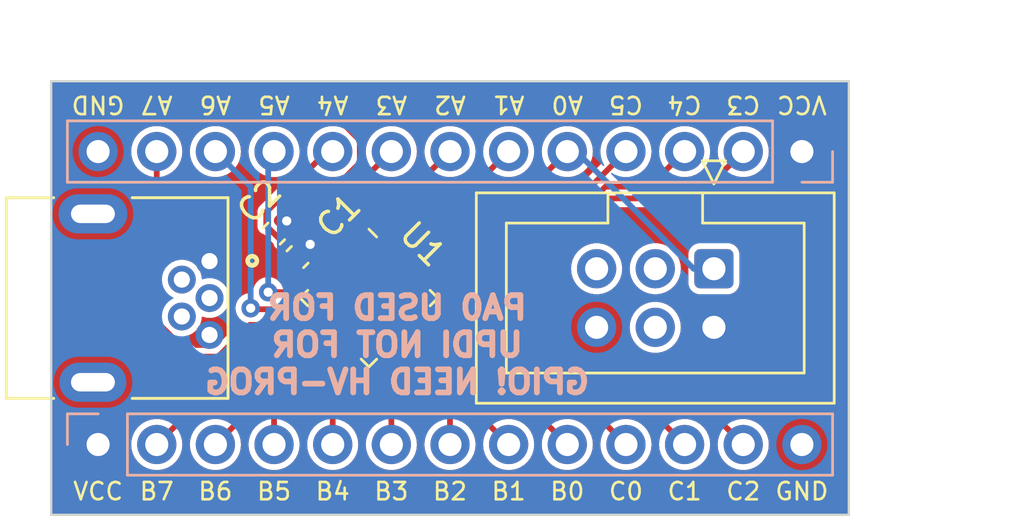
<source format=kicad_pcb>
(kicad_pcb (version 20221018) (generator pcbnew)
  (title_block (title "ATtinyX17 Devboard") (date "2022-08-12") (rev "2") (company "Savo Bajic"))
  (layers (0 "F.Cu" signal) (31 "B.Cu" signal) (34 "B.Paste" user) (35 "F.Paste" user) (36 "B.SilkS" user "B.Silkscreen") (37 "F.SilkS" user "F.Silkscreen") (38 "B.Mask" user) (39 "F.Mask" user) (44 "Edge.Cuts" user))
  (net 0 "")
  (net 1 "PA2")
  (net 2 "PA3")
  (net 3 "GND")
  (net 4 "VCC")
  (net 5 "PA4")
  (net 6 "PA5")
  (net 7 "PA6")
  (net 8 "PA7")
  (net 9 "PB7")
  (net 10 "PB6")
  (net 11 "PB5")
  (net 12 "PB4")
  (net 13 "PB3")
  (net 14 "PB2")
  (net 15 "PB1")
  (net 16 "PB0")
  (net 17 "PC0")
  (net 18 "PC1")
  (net 19 "PC2")
  (net 20 "PC3")
  (net 21 "PC4")
  (net 22 "PC5")
  (net 23 "PA0")
  (net 24 "PA1")
  (footprint "Connector_IDC:IDC-Header_2x03_P2.54mm_Vertical" (layer "F.Cu") (at 145.69 93.06 -90)
    (fp_text reference "J1")
    (fp_text value "AVR-UPDI-6")
    (fp_line (start -4.68 -0.5) (end -4.68 0.5) (stroke (width 0.12)) (layer "F.SilkS"))
    (fp_line (start -4.68 0.5) (end -3.68 0) (stroke (width 0.12)) (layer "F.SilkS"))
    (fp_line (start -3.68 0) (end -4.68 -0.5) (stroke (width 0.12)) (layer "F.SilkS"))
    (fp_line (start -3.29 -5.21) (end 5.83 -5.21) (stroke (width 0.12)) (layer "F.SilkS"))
    (fp_line (start -3.29 0.49) (end -1.98 0.49) (stroke (width 0.12)) (layer "F.SilkS"))
    (fp_line (start -3.29 10.29) (end -3.29 -5.21) (stroke (width 0.12)) (layer "F.SilkS"))
    (fp_line (start -1.98 -3.91) (end 4.52 -3.91) (stroke (width 0.12)) (layer "F.SilkS"))
    (fp_line (start -1.98 0.49) (end -1.98 -3.91) (stroke (width 0.12)) (layer "F.SilkS"))
    (fp_line (start -1.98 4.59) (end -3.29 4.59) (stroke (width 0.12)) (layer "F.SilkS"))
    (fp_line (start -1.98 4.59) (end -1.98 4.59) (stroke (width 0.12)) (layer "F.SilkS"))
    (fp_line (start -1.98 8.99) (end -1.98 4.59) (stroke (width 0.12)) (layer "F.SilkS"))
    (fp_line (start 4.52 -3.91) (end 4.52 8.99) (stroke (width 0.12)) (layer "F.SilkS"))
    (fp_line (start 4.52 8.99) (end -1.98 8.99) (stroke (width 0.12)) (layer "F.SilkS"))
    (fp_line (start 5.83 -5.21) (end 5.83 10.29) (stroke (width 0.12)) (layer "F.SilkS"))
    (fp_line (start 5.83 10.29) (end -3.29 10.29) (stroke (width 0.12)) (layer "F.SilkS"))
    (pad "1" thru_hole roundrect (at 0 0 270) (size 1.7 1.7) (drill 1) (layers "*.Cu" "*.Mask") (roundrect_rratio 0.1470588235) (net 23 "PA0"))
    (pad "2" thru_hole circle (at 2.54 0 270) (size 1.7 1.7) (drill 1) (layers "*.Cu" "*.Mask") (net 4 "VCC"))
    (pad "3" thru_hole circle (at 0 2.54 270) (size 1.7 1.7) (drill 1) (layers "*.Cu" "*.Mask"))
    (pad "4" thru_hole circle (at 2.54 2.54 270) (size 1.7 1.7) (drill 1) (layers "*.Cu" "*.Mask"))
    (pad "5" thru_hole circle (at 0 5.08 270) (size 1.7 1.7) (drill 1) (layers "*.Cu" "*.Mask"))
    (pad "6" thru_hole circle (at 2.54 5.08 270) (size 1.7 1.7) (drill 1) (layers "*.Cu" "*.Mask") (net 3 "GND"))
  )
  (footprint "Package_DFN_QFN:QFN-24-1EP_4x4mm_P0.5mm_EP2.6x2.6mm" (layer "F.Cu") (at 130.74866 94.33 -45)
    (fp_text reference "U1" (at 0 -3.299999 135) (layer "F.SilkS"))
    (fp_text value "ATtiny1617-M")
    (fp_line (start -2.11 2.11) (end -2.11 1.635) (stroke (width 0.12)) (layer "F.SilkS"))
    (fp_line (start -1.635 -2.11) (end -2.11 -2.11) (stroke (width 0.12)) (layer "F.SilkS"))
    (fp_line (start -1.635 2.11) (end -2.11 2.11) (stroke (width 0.12)) (layer "F.SilkS"))
    (fp_line (start 1.635 -2.11) (end 2.11 -2.11) (stroke (width 0.12)) (layer "F.SilkS"))
    (fp_line (start 1.635 2.11) (end 2.11 2.11) (stroke (width 0.12)) (layer "F.SilkS"))
    (fp_line (start 2.11 -2.11) (end 2.11 -1.635) (stroke (width 0.12)) (layer "F.SilkS"))
    (fp_line (start 2.11 2.11) (end 2.11 1.635) (stroke (width 0.12)) (layer "F.SilkS"))
    (pad "1" smd roundrect (at -1.9375 -1.25 315) (size 0.825 0.25) (layers "F.Cu" "F.Paste" "F.Mask") (net 1 "PA2"))
    (pad "2" smd roundrect (at -1.9375 -0.75 315) (size 0.825 0.25) (layers "F.Cu" "F.Paste" "F.Mask") (net 2 "PA3"))
    (pad "3" smd roundrect (at -1.9375 -0.25 315) (size 0.825 0.25) (layers "F.Cu" "F.Paste" "F.Mask") (net 3 "GND"))
    (pad "4" smd roundrect (at -1.9375 0.25 315) (size 0.825 0.25) (layers "F.Cu" "F.Paste" "F.Mask") (net 4 "VCC"))
    (pad "5" smd roundrect (at -1.9375 0.75 315) (size 0.825 0.25) (layers "F.Cu" "F.Paste" "F.Mask") (net 5 "PA4"))
    (pad "6" smd roundrect (at -1.9375 1.25 315) (size 0.825 0.25) (layers "F.Cu" "F.Paste" "F.Mask") (net 6 "PA5"))
    (pad "7" smd roundrect (at -1.25 1.9375 315) (size 0.25 0.825) (layers "F.Cu" "F.Paste" "F.Mask") (net 7 "PA6"))
    (pad "8" smd roundrect (at -0.75 1.9375 315) (size 0.25 0.825) (layers "F.Cu" "F.Paste" "F.Mask") (net 8 "PA7"))
    (pad "9" smd roundrect (at -0.25 1.9375 315) (size 0.25 0.825) (layers "F.Cu" "F.Paste" "F.Mask") (net 9 "PB7"))
    (pad "10" smd roundrect (at 0.25 1.9375 315) (size 0.25 0.825) (layers "F.Cu" "F.Paste" "F.Mask") (net 10 "PB6"))
    (pad "11" smd roundrect (at 0.75 1.9375 315) (size 0.25 0.825) (layers "F.Cu" "F.Paste" "F.Mask") (net 11 "PB5"))
    (pad "12" smd roundrect (at 1.25 1.9375 315) (size 0.25 0.825) (layers "F.Cu" "F.Paste" "F.Mask") (net 12 "PB4"))
    (pad "13" smd roundrect (at 1.9375 1.25 315) (size 0.825 0.25) (layers "F.Cu" "F.Paste" "F.Mask") (net 13 "PB3"))
    (pad "14" smd roundrect (at 1.9375 0.75 315) (size 0.825 0.25) (layers "F.Cu" "F.Paste" "F.Mask") (net 14 "PB2"))
    (pad "15" smd roundrect (at 1.9375 0.25 315) (size 0.825 0.25) (layers "F.Cu" "F.Paste" "F.Mask") (net 15 "PB1"))
    (pad "16" smd roundrect (at 1.9375 -0.25 315) (size 0.825 0.25) (layers "F.Cu" "F.Paste" "F.Mask") (net 16 "PB0"))
    (pad "17" smd roundrect (at 1.9375 -0.75 315) (size 0.825 0.25) (layers "F.Cu" "F.Paste" "F.Mask") (net 17 "PC0"))
    (pad "18" smd roundrect (at 1.9375 -1.25 315) (size 0.825 0.25) (layers "F.Cu" "F.Paste" "F.Mask") (net 18 "PC1"))
    (pad "19" smd roundrect (at 1.25 -1.9375 315) (size 0.25 0.825) (layers "F.Cu" "F.Paste" "F.Mask") (net 19 "PC2"))
    (pad "20" smd roundrect (at 0.75 -1.9375 315) (size 0.25 0.825) (layers "F.Cu" "F.Paste" "F.Mask") (net 20 "PC3"))
    (pad "21" smd roundrect (at 0.25 -1.9375 315) (size 0.25 0.825) (layers "F.Cu" "F.Paste" "F.Mask") (net 21 "PC4"))
    (pad "22" smd roundrect (at -0.25 -1.9375 315) (size 0.25 0.825) (layers "F.Cu" "F.Paste" "F.Mask") (net 22 "PC5"))
    (pad "23" smd roundrect (at -0.75 -1.9375 315) (size 0.25 0.825) (layers "F.Cu" "F.Paste" "F.Mask") (net 23 "PA0"))
    (pad "24" smd roundrect (at -1.25 -1.9375 315) (size 0.25 0.825) (layers "F.Cu" "F.Paste" "F.Mask") (net 24 "PA1"))
    (pad "25" smd rect (at 0 0 315) (size 2.6 2.6) (layers "F.Cu" "F.Mask") (net 3 "GND"))
  )
  (footprint "Capacitor_SMD:C_0603_1608Metric" (layer "F.Cu") (at 127.656 92.552 -135)
    (fp_text reference "C1" (at -2.514472 0 45) (layer "F.SilkS"))
    (fp_text value "100n")
    (fp_line (start -0.14058 -0.51) (end 0.14058 -0.51) (stroke (width 0.12)) (layer "F.SilkS"))
    (fp_line (start -0.14058 0.51) (end 0.14058 0.51) (stroke (width 0.12)) (layer "F.SilkS"))
    (pad "1" smd roundrect (at -0.775 0 225) (size 0.9 0.95) (layers "F.Cu" "F.Paste" "F.Mask") (net 4 "VCC"))
    (pad "2" smd roundrect (at 0.775 0 225) (size 0.9 0.95) (layers "F.Cu" "F.Paste" "F.Mask") (net 3 "GND"))
  )
  (footprint "Capacitor_SMD:C_0603_1608Metric" (layer "F.Cu") (at 126.64 91.536 -135)
    (fp_text reference "C2" (at -0.538815 1.436841 45) (layer "F.SilkS"))
    (fp_text value "1u")
    (fp_line (start -0.14058 -0.51) (end 0.14058 -0.51) (stroke (width 0.12)) (layer "F.SilkS"))
    (fp_line (start -0.14058 0.51) (end 0.14058 0.51) (stroke (width 0.12)) (layer "F.SilkS"))
    (pad "1" smd roundrect (at -0.775 0 225) (size 0.9 0.95) (layers "F.Cu" "F.Paste" "F.Mask") (net 4 "VCC"))
    (pad "2" smd roundrect (at 0.775 0 225) (size 0.9 0.95) (layers "F.Cu" "F.Paste" "F.Mask") (net 3 "GND"))
  )
  (footprint "2172034-1:TE_2172034-1" (layer "F.Cu") (at 118.796 94.33 180)
    (fp_text reference "J2")
    (fp_text value "PWR")
    (fp_line (start -5.85 -4.35) (end -1.7 -4.35) (stroke (width 0.127)) (layer "F.SilkS"))
    (fp_line (start -5.85 4.35) (end -5.85 -4.35) (stroke (width 0.127)) (layer "F.SilkS"))
    (fp_line (start -1.7 4.35) (end -5.85 4.35) (stroke (width 0.127)) (layer "F.SilkS"))
    (fp_line (start 1.7 -4.35) (end 3.75 -4.35) (stroke (width 0.127)) (layer "F.SilkS"))
    (fp_line (start 3.75 -4.35) (end 3.75 4.35) (stroke (width 0.127)) (layer "F.SilkS"))
    (fp_line (start 3.75 4.35) (end 1.7 4.35) (stroke (width 0.127)) (layer "F.SilkS"))
    (fp_circle (center -6.9 1.615) (end -6.7 1.615) (stroke (width 0.2)) (fill none) (layer "F.SilkS"))
    (pad "1" thru_hole circle (at -5.05 1.6 180) (size 1.208 1.208) (drill 0.7) (layers "*.Cu" "*.Mask") (net 4 "VCC"))
    (pad "2" thru_hole circle (at -3.85 0.8 180) (size 1.208 1.208) (drill 0.7) (layers "*.Cu" "*.Mask"))
    (pad "3" thru_hole circle (at -5.05 0 180) (size 1.208 1.208) (drill 0.7) (layers "*.Cu" "*.Mask"))
    (pad "4" thru_hole circle (at -3.85 -0.8 180) (size 1.208 1.208) (drill 0.7) (layers "*.Cu" "*.Mask"))
    (pad "5" thru_hole circle (at -5.05 -1.6 180) (size 1.208 1.208) (drill 0.7) (layers "*.Cu" "*.Mask") (net 3 "GND"))
    (pad "6" thru_hole oval (at 0 -3.65 180) (size 2.9 1.7) (drill oval 1.9 0.8) (layers "*.Cu" "*.Mask") (net 3 "GND"))
    (pad "6" thru_hole oval (at 0 3.65 180) (size 2.98 1.7) (drill oval 1.9 0.8) (layers "*.Cu" "*.Mask") (net 3 "GND"))
  )
  (footprint "Connector_PinHeader_2.54mm:PinHeader_1x13_P2.54mm_Vertical" (layer "B.Cu") (at 119.02 100.68 -90)
    (fp_text reference "J4" hide)
    (fp_text value "GPIO2" hide)
    (fp_line (start -1.33 -31.81) (end 1.33 -31.81) (stroke (width 0.12)) (layer "B.SilkS"))
    (fp_line (start -1.33 -1.27) (end -1.33 -31.81) (stroke (width 0.12)) (layer "B.SilkS"))
    (fp_line (start -1.33 -1.27) (end 1.33 -1.27) (stroke (width 0.12)) (layer "B.SilkS"))
    (fp_line (start -1.33 0) (end -1.33 1.33) (stroke (width 0.12)) (layer "B.SilkS"))
    (fp_line (start -1.33 1.33) (end 0 1.33) (stroke (width 0.12)) (layer "B.SilkS"))
    (fp_line (start 1.33 -1.27) (end 1.33 -31.81) (stroke (width 0.12)) (layer "B.SilkS"))
    (pad "1" thru_hole rect (at 0 0 270) (size 1.7 1.7) (drill 1) (layers "*.Cu" "*.Mask") (net 4 "VCC"))
    (pad "2" thru_hole oval (at 0 -2.54 270) (size 1.7 1.7) (drill 1) (layers "*.Cu" "*.Mask") (net 9 "PB7"))
    (pad "3" thru_hole oval (at 0 -5.08 270) (size 1.7 1.7) (drill 1) (layers "*.Cu" "*.Mask") (net 10 "PB6"))
    (pad "4" thru_hole oval (at 0 -7.62 270) (size 1.7 1.7) (drill 1) (layers "*.Cu" "*.Mask") (net 11 "PB5"))
    (pad "5" thru_hole oval (at 0 -10.16 270) (size 1.7 1.7) (drill 1) (layers "*.Cu" "*.Mask") (net 12 "PB4"))
    (pad "6" thru_hole oval (at 0 -12.7 270) (size 1.7 1.7) (drill 1) (layers "*.Cu" "*.Mask") (net 13 "PB3"))
    (pad "7" thru_hole oval (at 0 -15.24 270) (size 1.7 1.7) (drill 1) (layers "*.Cu" "*.Mask") (net 14 "PB2"))
    (pad "8" thru_hole oval (at 0 -17.78 270) (size 1.7 1.7) (drill 1) (layers "*.Cu" "*.Mask") (net 15 "PB1"))
    (pad "9" thru_hole oval (at 0 -20.32 270) (size 1.7 1.7) (drill 1) (layers "*.Cu" "*.Mask") (net 16 "PB0"))
    (pad "10" thru_hole oval (at 0 -22.86 270) (size 1.7 1.7) (drill 1) (layers "*.Cu" "*.Mask") (net 17 "PC0"))
    (pad "11" thru_hole oval (at 0 -25.4 270) (size 1.7 1.7) (drill 1) (layers "*.Cu" "*.Mask") (net 18 "PC1"))
    (pad "12" thru_hole oval (at 0 -27.94 270) (size 1.7 1.7) (drill 1) (layers "*.Cu" "*.Mask") (net 19 "PC2"))
    (pad "13" thru_hole oval (at 0 -30.48 270) (size 1.7 1.7) (drill 1) (layers "*.Cu" "*.Mask") (net 3 "GND"))
  )
  (footprint "Connector_PinHeader_2.54mm:PinHeader_1x13_P2.54mm_Vertical" (layer "B.Cu") (at 149.5 87.98 90)
    (fp_text reference "J3" hide)
    (fp_text value "GPIO1" hide)
    (fp_line (start -1.33 -31.81) (end 1.33 -31.81) (stroke (width 0.12)) (layer "B.SilkS"))
    (fp_line (start -1.33 -1.27) (end -1.33 -31.81) (stroke (width 0.12)) (layer "B.SilkS"))
    (fp_line (start -1.33 -1.27) (end 1.33 -1.27) (stroke (width 0.12)) (layer "B.SilkS"))
    (fp_line (start -1.33 0) (end -1.33 1.33) (stroke (width 0.12)) (layer "B.SilkS"))
    (fp_line (start -1.33 1.33) (end 0 1.33) (stroke (width 0.12)) (layer "B.SilkS"))
    (fp_line (start 1.33 -1.27) (end 1.33 -31.81) (stroke (width 0.12)) (layer "B.SilkS"))
    (pad "1" thru_hole rect (at 0 0 90) (size 1.7 1.7) (drill 1) (layers "*.Cu" "*.Mask") (net 4 "VCC"))
    (pad "2" thru_hole oval (at 0 -2.54 90) (size 1.7 1.7) (drill 1) (layers "*.Cu" "*.Mask") (net 20 "PC3"))
    (pad "3" thru_hole oval (at 0 -5.08 90) (size 1.7 1.7) (drill 1) (layers "*.Cu" "*.Mask") (net 21 "PC4"))
    (pad "4" thru_hole oval (at 0 -7.62 90) (size 1.7 1.7) (drill 1) (layers "*.Cu" "*.Mask") (net 22 "PC5"))
    (pad "5" thru_hole oval (at 0 -10.16 90) (size 1.7 1.7) (drill 1) (layers "*.Cu" "*.Mask") (net 23 "PA0"))
    (pad "6" thru_hole oval (at 0 -12.7 90) (size 1.7 1.7) (drill 1) (layers "*.Cu" "*.Mask") (net 24 "PA1"))
    (pad "7" thru_hole oval (at 0 -15.24 90) (size 1.7 1.7) (drill 1) (layers "*.Cu" "*.Mask") (net 1 "PA2"))
    (pad "8" thru_hole oval (at 0 -17.78 90) (size 1.7 1.7) (drill 1) (layers "*.Cu" "*.Mask") (net 2 "PA3"))
    (pad "9" thru_hole oval (at 0 -20.32 90) (size 1.7 1.7) (drill 1) (layers "*.Cu" "*.Mask") (net 5 "PA4"))
    (pad "10" thru_hole oval (at 0 -22.86 90) (size 1.7 1.7) (drill 1) (layers "*.Cu" "*.Mask") (net 6 "PA5"))
    (pad "11" thru_hole oval (at 0 -25.4 90) (size 1.7 1.7) (drill 1) (layers "*.Cu" "*.Mask") (net 7 "PA6"))
    (pad "12" thru_hole oval (at 0 -27.94 90) (size 1.7 1.7) (drill 1) (layers "*.Cu" "*.Mask") (net 8 "PA7"))
    (pad "13" thru_hole oval (at 0 -30.48 90) (size 1.7 1.7) (drill 1) (layers "*.Cu" "*.Mask") (net 3 "GND"))
  )
  (gr_line (start 116.988 103.728) (end 151.532 103.728) (stroke (width 0.1)) (layer "Edge.Cuts"))
  (gr_line (start 151.532 103.728) (end 151.532 84.932) (stroke (width 0.1)) (layer "Edge.Cuts"))
  (gr_line (start 151.532 84.932) (end 116.988 84.932) (stroke (width 0.1)) (layer "Edge.Cuts"))
  (gr_line (start 116.988 84.932) (end 116.988 103.728) (stroke (width 0.1)) (layer "Edge.Cuts"))
  (gr_text "PA0 USED FOR\nUPDI NOT FOR\nGPIO! NEED HV-PROG" (at 131.974 96.362) (layer "B.SilkS") (effects (font (size 1 1) (thickness 0.25)) (justify mirror)))
  (gr_text "A7" (at 121.56 85.948 180) (layer "F.SilkS") (effects (font (size 0.75 0.75) (thickness 0.115))))
  (gr_text "C3" (at 146.96 85.948 180) (layer "F.SilkS") (effects (font (size 0.75 0.75) (thickness 0.115))))
  (gr_text "B2" (at 134.26 102.712) (layer "F.SilkS") (effects (font (size 0.75 0.75) (thickness 0.115))))
  (gr_text "A3" (at 131.72 85.948 180) (layer "F.SilkS") (effects (font (size 0.75 0.75) (thickness 0.115))))
  (gr_text "GND" (at 149.5 102.712) (layer "F.SilkS") (effects (font (size 0.75 0.75) (thickness 0.115))))
  (gr_text "C0" (at 141.88 102.712) (layer "F.SilkS") (effects (font (size 0.75 0.75) (thickness 0.115))))
  (gr_text "B3" (at 131.72 102.712) (layer "F.SilkS") (effects (font (size 0.75 0.75) (thickness 0.115))))
  (gr_text "C1" (at 144.42 102.712) (layer "F.SilkS") (effects (font (size 0.75 0.75) (thickness 0.115))))
  (gr_text "B1" (at 136.8 102.712) (layer "F.SilkS") (effects (font (size 0.75 0.75) (thickness 0.115))))
  (gr_text "C2" (at 146.96 102.712) (layer "F.SilkS") (effects (font (size 0.75 0.75) (thickness 0.115))))
  (gr_text "A6" (at 124.1 85.948 180) (layer "F.SilkS") (effects (font (size 0.75 0.75) (thickness 0.115))))
  (gr_text "A1" (at 136.8 85.948 180) (layer "F.SilkS") (effects (font (size 0.75 0.75) (thickness 0.115))))
  (gr_text "C5" (at 141.88 85.948 180) (layer "F.SilkS") (effects (font (size 0.75 0.75) (thickness 0.115))))
  (gr_text "A2" (at 134.26 85.948 180) (layer "F.SilkS") (effects (font (size 0.75 0.75) (thickness 0.115))))
  (gr_text "VCC" (at 149.5 85.948 180) (layer "F.SilkS") (effects (font (size 0.75 0.75) (thickness 0.115))))
  (gr_text "B4" (at 129.18 102.712) (layer "F.SilkS") (effects (font (size 0.75 0.75) (thickness 0.115))))
  (gr_text "A4" (at 129.18 85.948 180) (layer "F.SilkS") (effects (font (size 0.75 0.75) (thickness 0.115))))
  (gr_text "B5" (at 126.64 102.712) (layer "F.SilkS") (effects (font (size 0.75 0.75) (thickness 0.115))))
  (gr_text "VCC" (at 119.02 102.712) (layer "F.SilkS") (effects (font (size 0.75 0.75) (thickness 0.115))))
  (gr_text "B6" (at 124.1 102.712) (layer "F.SilkS") (effects (font (size 0.75 0.75) (thickness 0.115))))
  (gr_text "C4" (at 144.42 85.948 180) (layer "F.SilkS") (effects (font (size 0.75 0.75) (thickness 0.115))))
  (gr_text "B0" (at 139.34 102.712) (layer "F.SilkS") (effects (font (size 0.75 0.75) (thickness 0.115))))
  (gr_text "A0" (at 139.34 85.948 180) (layer "F.SilkS") (effects (font (size 0.75 0.75) (thickness 0.115))))
  (gr_text "A5" (at 126.64 85.948 180) (layer "F.SilkS") (effects (font (size 0.75 0.75) (thickness 0.115))))
  (gr_text "GND" (at 119.02 85.948 180) (layer "F.SilkS") (effects (font (size 0.75 0.75) (thickness 0.115))))
  (gr_text "B7" (at 121.56 102.712) (layer "F.SilkS") (effects (font (size 0.75 0.75) (thickness 0.115))))
  (segment (start 130.262524 92.076097) (end 130.262524 91.977476) (width 0.25) (layer "F.Cu") (net 1))
  (segment (start 130.262524 91.977476) (end 134.26 87.98) (width 0.25) (layer "F.Cu") (net 1))
  (segment (start 129.583823 92.104503) (end 129.908971 92.429651) (width 0.25) (layer "F.Cu") (net 2))
  (segment (start 131.72 87.98) (end 129.583823 90.116177) (width 0.25) (layer "F.Cu") (net 2))
  (segment (start 129.583823 90.116177) (end 129.583823 92.104503) (width 0.25) (layer "F.Cu") (net 2))
  (segment (start 129.57101 86.71) (end 120.29 86.71) (width 0.25) (layer "F.Cu") (net 3))
  (segment (start 129.134303 92.36209) (end 129.134303 89.686707) (width 0.25) (layer "F.Cu") (net 3))
  (segment (start 130.354511 87.493501) (end 129.57101 86.71) (width 0.25) (layer "F.Cu") (net 3))
  (segment (start 120.29 86.71) (end 119.02 87.98) (width 0.25) (layer "F.Cu") (net 3))
  (segment (start 130.354511 88.466499) (end 130.354511 87.493501) (width 0.25) (layer "F.Cu") (net 3))
  (segment (start 129.555417 92.783204) (end 129.134303 92.36209) (width 0.25) (layer "F.Cu") (net 3))
  (segment (start 129.134303 89.686707) (end 130.354511 88.466499) (width 0.25) (layer "F.Cu") (net 3))
  (segment (start 127.107992 93.100008) (end 126.091992 92.084008) (width 0.25) (layer "F.Cu") (net 3))
  (segment (start 128.204008 92.003992) (end 128.204008 92.138901) (width 0.25) (layer "F.Cu") (net 4))
  (segment (start 128.204008 92.138901) (end 129.201864 93.136757) (width 0.25) (layer "F.Cu") (net 4))
  (segment (start 127.188008 90.987992) (end 128.204008 92.003992) (width 0.25) (layer "F.Cu") (net 4))
  (via (at 127.188008 90.987992) (size 0.8) (drill 0.4) (layers "F.Cu" "B.Cu") (net 4))
  (via (at 128.204008 92.003992) (size 0.8) (drill 0.4) (layers "F.Cu" "B.Cu") (net 4))
  (segment (start 128.247387 92.889387) (end 127.994067 92.889387) (width 0.25) (layer "F.Cu") (net 5))
  (segment (start 126.302613 91.197933) (end 126.302613 90.603387) (width 0.25) (layer "F.Cu") (net 5))
  (segment (start 128.926 87.98) (end 129.18 87.98) (width 0.25) (layer "F.Cu") (net 5))
  (segment (start 128.848311 93.490311) (end 128.247387 92.889387) (width 0.25) (layer "F.Cu") (net 5))
  (segment (start 127.994067 92.889387) (end 126.302613 91.197933) (width 0.25) (layer "F.Cu") (net 5))
  (segment (start 126.302613 90.603387) (end 128.926 87.98) (width 0.25) (layer "F.Cu") (net 5))
  (segment (start 128.262621 94.076) (end 126.386 94.076) (width 0.25) (layer "F.Cu") (net 6))
  (segment (start 128.494757 93.843864) (end 128.262621 94.076) (width 0.25) (layer "F.Cu") (net 6))
  (via (at 126.386 94.076) (size 0.8) (drill 0.4) (layers "F.Cu" "B.Cu") (net 6))
  (segment (start 126.386 94.076) (end 126.386 88.234) (width 0.25) (layer "B.Cu") (net 6))
  (segment (start 126.386 88.234) (end 126.64 87.98) (width 0.25) (layer "B.Cu") (net 6))
  (segment (start 125.627028 94.770337) (end 125.672827 94.816136) (width 0.25) (layer "F.Cu") (net 7))
  (segment (start 125.672827 94.816136) (end 128.494757 94.816136) (width 0.25) (layer "F.Cu") (net 7))
  (via (at 125.627028 94.770337) (size 0.8) (drill 0.4) (layers "F.Cu" "B.Cu") (net 7))
  (segment (start 124.1 87.98) (end 125.627028 89.507028) (width 0.25) (layer "B.Cu") (net 7))
  (segment (start 125.627028 89.507028) (end 125.627028 94.770337) (width 0.25) (layer "B.Cu") (net 7))
  (segment (start 125.594277 95.494837) (end 124.219114 96.87) (width 0.25) (layer "F.Cu") (net 8))
  (segment (start 124.219114 96.87) (end 123.072886 96.87) (width 0.25) (layer "F.Cu") (net 8))
  (segment (start 123.072886 96.87) (end 121.56 95.357114) (width 0.25) (layer "F.Cu") (net 8))
  (segment (start 121.56 95.357114) (end 121.56 87.98) (width 0.25) (layer "F.Cu") (net 8))
  (segment (start 128.848311 95.169689) (end 128.523163 95.494837) (width 0.25) (layer "F.Cu") (net 8))
  (segment (start 128.523163 95.494837) (end 125.594277 95.494837) (width 0.25) (layer "F.Cu") (net 8))
  (segment (start 129.201864 95.523243) (end 128.78075 95.944357) (width 0.25) (layer "F.Cu") (net 9))
  (segment (start 128.78075 95.944357) (end 126.295643 95.944357) (width 0.25) (layer "F.Cu") (net 9))
  (segment (start 126.295643 95.944357) (end 121.56 100.68) (width 0.25) (layer "F.Cu") (net 9))
  (segment (start 124.1 100.68) (end 127.556447 97.223553) (width 0.25) (layer "F.Cu") (net 10))
  (segment (start 127.556447 97.223553) (end 128.20866 97.223553) (width 0.25) (layer "F.Cu") (net 10))
  (segment (start 129.555417 95.876796) (end 128.20866 97.223553) (width 0.25) (layer "F.Cu") (net 10))
  (segment (start 126.64 99.49932) (end 126.64 100.68) (width 0.25) (layer "F.Cu") (net 11))
  (segment (start 129.908971 96.230349) (end 126.64 99.49932) (width 0.25) (layer "F.Cu") (net 11))
  (segment (start 130.262524 96.583903) (end 129.18 97.666427) (width 0.25) (layer "F.Cu") (net 12))
  (segment (start 129.18 97.666427) (end 129.18 100.68) (width 0.25) (layer "F.Cu") (net 12))
  (segment (start 131.234796 96.583903) (end 131.72 97.069107) (width 0.25) (layer "F.Cu") (net 13))
  (segment (start 131.72 97.069107) (end 131.72 100.68) (width 0.25) (layer "F.Cu") (net 13))
  (segment (start 131.588349 96.230349) (end 134.26 98.902) (width 0.25) (layer "F.Cu") (net 14))
  (segment (start 134.26 98.902) (end 134.26 100.68) (width 0.25) (layer "F.Cu") (net 14))
  (segment (start 131.996796 95.876796) (end 136.8 100.68) (width 0.25) (layer "F.Cu") (net 15))
  (segment (start 131.941903 95.876796) (end 131.996796 95.876796) (width 0.25) (layer "F.Cu") (net 15))
  (segment (start 136.40896 97.74896) (end 139.34 100.68) (width 0.25) (layer "F.Cu") (net 16))
  (segment (start 132.295456 95.523243) (end 134.521173 97.74896) (width 0.25) (layer "F.Cu") (net 16))
  (segment (start 134.521173 97.74896) (end 136.40896 97.74896) (width 0.25) (layer "F.Cu") (net 16))
  (segment (start 132.649009 95.169689) (end 134.77876 97.29944) (width 0.25) (layer "F.Cu") (net 17))
  (segment (start 138.49944 97.29944) (end 141.88 100.68) (width 0.25) (layer "F.Cu") (net 17))
  (segment (start 134.77876 97.29944) (end 138.49944 97.29944) (width 0.25) (layer "F.Cu") (net 17))
  (segment (start 142.832141 99.092141) (end 140.927859 99.092141) (width 0.25) (layer "F.Cu") (net 18))
  (segment (start 138.685638 96.84992) (end 135.036347 96.84992) (width 0.25) (layer "F.Cu") (net 18))
  (segment (start 133.002563 94.816136) (end 135.036347 96.84992) (width 0.25) (layer "F.Cu") (net 18))
  (segment (start 144.42 100.68) (end 142.832141 99.092141) (width 0.25) (layer "F.Cu") (net 18))
  (segment (start 140.927859 99.092141) (end 138.685638 96.84992) (width 0.25) (layer "F.Cu") (net 18))
  (segment (start 138.871836 96.4004) (end 141.114057 98.642621) (width 0.25) (layer "F.Cu") (net 19))
  (segment (start 144.922621 98.642621) (end 146.96 100.68) (width 0.25) (layer "F.Cu") (net 19))
  (segment (start 141.114057 98.642621) (end 144.922621 98.642621) (width 0.25) (layer "F.Cu") (net 19))
  (segment (start 138.871836 96.4004) (end 135.559099 96.4004) (width 0.25) (layer "F.Cu") (net 19))
  (segment (start 135.559099 96.4004) (end 133.002563 93.843864) (width 0.25) (layer "F.Cu") (net 19))
  (segment (start 141.119436 90.012) (end 144.928 90.012) (width 0.25) (layer "F.Cu") (net 20))
  (segment (start 144.928 90.012) (end 146.96 87.98) (width 0.25) (layer "F.Cu") (net 20))
  (segment (start 132.649009 93.490311) (end 133.4302 92.70912) (width 0.25) (layer "F.Cu") (net 20))
  (segment (start 138.422316 92.70912) (end 141.119436 90.012) (width 0.25) (layer "F.Cu") (net 20))
  (segment (start 138.422316 92.70912) (end 133.4302 92.70912) (width 0.25) (layer "F.Cu") (net 20))
  (segment (start 133.172613 92.2596) (end 132.295456 93.136757) (width 0.25) (layer "F.Cu") (net 21))
  (segment (start 138.236118 92.2596) (end 133.172613 92.2596) (width 0.25) (layer "F.Cu") (net 21))
  (segment (start 142.896 89.504) (end 140.991718 89.504) (width 0.25) (layer "F.Cu") (net 21))
  (segment (start 140.991718 89.504) (end 138.236118 92.2596) (width 0.25) (layer "F.Cu") (net 21))
  (segment (start 144.42 87.98) (end 142.896 89.504) (width 0.25) (layer "F.Cu") (net 21))
  (segment (start 138.04992 91.81008) (end 141.88 87.98) (width 0.25) (layer "F.Cu") (net 22))
  (segment (start 131.941903 92.783204) (end 132.915027 91.81008) (width 0.25) (layer "F.Cu") (net 22))
  (segment (start 132.915027 91.81008) (end 138.04992 91.81008) (width 0.25) (layer "F.Cu") (net 22))
  (segment (start 135.95944 91.36056) (end 132.65744 91.36056) (width 0.25) (layer "F.Cu") (net 23))
  (segment (start 131.588349 92.429651) (end 132.65744 91.36056) (width 0.25) (layer "F.Cu") (net 23))
  (segment (start 135.95944 91.36056) (end 139.34 87.98) (width 0.25) (layer "F.Cu") (net 23))
  (segment (start 139.34 87.98) (end 139.73101 87.98) (width 0.25) (layer "B.Cu") (net 23))
  (segment (start 144.81101 93.06) (end 145.69 93.06) (width 0.25) (layer "B.Cu") (net 23))
  (segment (start 139.73101 87.98) (end 144.81101 93.06) (width 0.25) (layer "B.Cu") (net 23))
  (segment (start 132.399853 90.91104) (end 133.86896 90.91104) (width 0.25) (layer "F.Cu") (net 24))
  (segment (start 131.234796 92.076097) (end 132.399853 90.91104) (width 0.25) (layer "F.Cu") (net 24))
  (segment (start 133.86896 90.91104) (end 136.8 87.98) (width 0.25) (layer "F.Cu") (net 24))
  (zone (net 3) (net_name "GND") (layer "F.Cu") (connect_pads yes (clearance 0.254)) (min_thickness 0.063) (fill yes (thermal_gap 0.508) (thermal_bridge_width 0.508))
    (polygon (pts (xy 116.988 104.236) (xy 116.988 83.916) (xy 151.532 83.916) (xy 151.532 104.236)))
  )
  (zone (net 4) (net_name "VCC") (layer "B.Cu") (connect_pads yes (clearance 0.254)) (min_thickness 0.063) (fill yes (thermal_gap 0.508) (thermal_bridge_width 0.508))
    (polygon (pts (xy 116.988 104.236) (xy 116.988 83.916) (xy 151.532 83.916) (xy 151.532 104.236)))
  )
)
</source>
